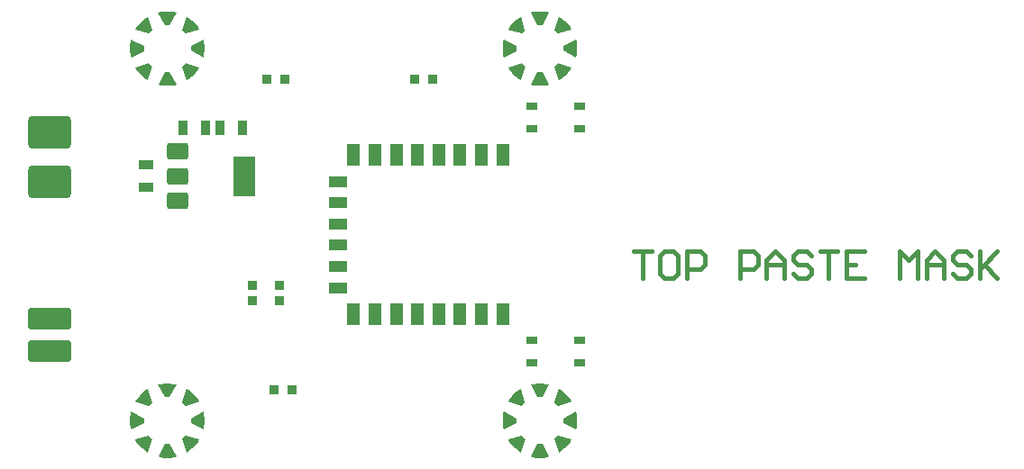
<source format=gtp>
G04*
G04 #@! TF.GenerationSoftware,Altium Limited,Altium Designer,23.4.1 (23)*
G04*
G04 Layer_Color=8421504*
%FSLAX44Y44*%
%MOMM*%
G71*
G04*
G04 #@! TF.SameCoordinates,AC87B314-1984-4FFE-BA22-F28876D7C55D*
G04*
G04*
G04 #@! TF.FilePolarity,Positive*
G04*
G01*
G75*
%ADD17C,0.4000*%
%ADD28R,0.9906X0.7112*%
G04:AMPARAMS|DCode=29|XSize=0.9mm|YSize=1.4mm|CornerRadius=0.0675mm|HoleSize=0mm|Usage=FLASHONLY|Rotation=270.000|XOffset=0mm|YOffset=0mm|HoleType=Round|Shape=RoundedRectangle|*
%AMROUNDEDRECTD29*
21,1,0.9000,1.2650,0,0,270.0*
21,1,0.7650,1.4000,0,0,270.0*
1,1,0.1350,-0.6325,-0.3825*
1,1,0.1350,-0.6325,0.3825*
1,1,0.1350,0.6325,0.3825*
1,1,0.1350,0.6325,-0.3825*
%
%ADD29ROUNDEDRECTD29*%
G04:AMPARAMS|DCode=30|XSize=1.5mm|YSize=2mm|CornerRadius=0.1875mm|HoleSize=0mm|Usage=FLASHONLY|Rotation=270.000|XOffset=0mm|YOffset=0mm|HoleType=Round|Shape=RoundedRectangle|*
%AMROUNDEDRECTD30*
21,1,1.5000,1.6250,0,0,270.0*
21,1,1.1250,2.0000,0,0,270.0*
1,1,0.3750,-0.8125,-0.5625*
1,1,0.3750,-0.8125,0.5625*
1,1,0.3750,0.8125,0.5625*
1,1,0.3750,0.8125,-0.5625*
%
%ADD30ROUNDEDRECTD30*%
G04:AMPARAMS|DCode=31|XSize=3.8mm|YSize=2mm|CornerRadius=0.05mm|HoleSize=0mm|Usage=FLASHONLY|Rotation=270.000|XOffset=0mm|YOffset=0mm|HoleType=Round|Shape=RoundedRectangle|*
%AMROUNDEDRECTD31*
21,1,3.8000,1.9000,0,0,270.0*
21,1,3.7000,2.0000,0,0,270.0*
1,1,0.1000,-0.9500,-1.8500*
1,1,0.1000,-0.9500,1.8500*
1,1,0.1000,0.9500,1.8500*
1,1,0.1000,0.9500,-1.8500*
%
%ADD31ROUNDEDRECTD31*%
G04:AMPARAMS|DCode=32|XSize=0.9mm|YSize=1.4mm|CornerRadius=0.0675mm|HoleSize=0mm|Usage=FLASHONLY|Rotation=0.000|XOffset=0mm|YOffset=0mm|HoleType=Round|Shape=RoundedRectangle|*
%AMROUNDEDRECTD32*
21,1,0.9000,1.2650,0,0,0.0*
21,1,0.7650,1.4000,0,0,0.0*
1,1,0.1350,0.3825,-0.6325*
1,1,0.1350,-0.3825,-0.6325*
1,1,0.1350,-0.3825,0.6325*
1,1,0.1350,0.3825,0.6325*
%
%ADD32ROUNDEDRECTD32*%
G04:AMPARAMS|DCode=33|XSize=0.8mm|YSize=0.9mm|CornerRadius=0.06mm|HoleSize=0mm|Usage=FLASHONLY|Rotation=90.000|XOffset=0mm|YOffset=0mm|HoleType=Round|Shape=RoundedRectangle|*
%AMROUNDEDRECTD33*
21,1,0.8000,0.7800,0,0,90.0*
21,1,0.6800,0.9000,0,0,90.0*
1,1,0.1200,0.3900,0.3400*
1,1,0.1200,0.3900,-0.3400*
1,1,0.1200,-0.3900,-0.3400*
1,1,0.1200,-0.3900,0.3400*
%
%ADD33ROUNDEDRECTD33*%
G04:AMPARAMS|DCode=34|XSize=0.9mm|YSize=0.8mm|CornerRadius=0.06mm|HoleSize=0mm|Usage=FLASHONLY|Rotation=0.000|XOffset=0mm|YOffset=0mm|HoleType=Round|Shape=RoundedRectangle|*
%AMROUNDEDRECTD34*
21,1,0.9000,0.6800,0,0,0.0*
21,1,0.7800,0.8000,0,0,0.0*
1,1,0.1200,0.3900,-0.3400*
1,1,0.1200,-0.3900,-0.3400*
1,1,0.1200,-0.3900,0.3400*
1,1,0.1200,0.3900,0.3400*
%
%ADD34ROUNDEDRECTD34*%
%ADD35R,1.2000X2.0000*%
%ADD36R,1.7000X1.1000*%
G04:AMPARAMS|DCode=37|XSize=2mm|YSize=4mm|CornerRadius=0.2mm|HoleSize=0mm|Usage=FLASHONLY|Rotation=90.000|XOffset=0mm|YOffset=0mm|HoleType=Round|Shape=RoundedRectangle|*
%AMROUNDEDRECTD37*
21,1,2.0000,3.6000,0,0,90.0*
21,1,1.6000,4.0000,0,0,90.0*
1,1,0.4000,1.8000,0.8000*
1,1,0.4000,1.8000,-0.8000*
1,1,0.4000,-1.8000,-0.8000*
1,1,0.4000,-1.8000,0.8000*
%
%ADD37ROUNDEDRECTD37*%
G04:AMPARAMS|DCode=38|XSize=3mm|YSize=4mm|CornerRadius=0.3mm|HoleSize=0mm|Usage=FLASHONLY|Rotation=90.000|XOffset=0mm|YOffset=0mm|HoleType=Round|Shape=RoundedRectangle|*
%AMROUNDEDRECTD38*
21,1,3.0000,3.4000,0,0,90.0*
21,1,2.4000,4.0000,0,0,90.0*
1,1,0.6000,1.7000,1.2000*
1,1,0.6000,1.7000,-1.2000*
1,1,0.6000,-1.7000,-1.2000*
1,1,0.6000,-1.7000,1.2000*
%
%ADD38ROUNDEDRECTD38*%
G36*
X256410Y84476D02*
X258507Y83950D01*
X252220Y71960D01*
X247680D01*
X241404Y83928D01*
Y83928D01*
X241404D01*
X243501Y84459D01*
X247792Y84997D01*
X252117Y85003D01*
X256410Y84476D01*
D02*
G37*
G36*
X267913Y80069D02*
X269771Y78962D01*
X273185Y76308D01*
X276248Y73254D01*
X278911Y69846D01*
X280022Y67991D01*
X267098Y63958D01*
X263888Y67169D01*
X267913Y80069D01*
X267913Y80069D01*
Y80069D01*
D02*
G37*
G36*
X236042Y67098D02*
X232831Y63888D01*
X219931Y67913D01*
X219931Y67913D01*
X221038Y69771D01*
X223692Y73185D01*
X226746Y76248D01*
X230154Y78910D01*
X232009Y80022D01*
X236042Y67098D01*
D02*
G37*
G36*
X284459Y56499D02*
X284997Y52208D01*
X285003Y47883D01*
X284476Y43590D01*
X283950Y41493D01*
X271960Y47780D01*
Y52320D01*
X283928Y58596D01*
X283928D01*
X284459Y56499D01*
D02*
G37*
G36*
X228040Y52220D02*
Y47680D01*
X216072Y41404D01*
X216072D01*
X216072Y41404D01*
X215541Y43501D01*
X215003Y47792D01*
X214997Y52117D01*
X215524Y56410D01*
X216050Y58507D01*
X228040Y52220D01*
D02*
G37*
G36*
X280069Y32087D02*
X280069Y32087D01*
X280069Y32087D01*
X278962Y30229D01*
X276308Y26815D01*
X273254Y23752D01*
X269846Y21089D01*
X267991Y19978D01*
X263958Y32902D01*
X267169Y36112D01*
X280069Y32087D01*
D02*
G37*
G36*
X236112Y32831D02*
X232087Y19931D01*
X232087Y19931D01*
X232087D01*
X230229Y21038D01*
X226815Y23692D01*
X223752Y26746D01*
X221089Y30154D01*
X219978Y32009D01*
X232902Y36042D01*
X236112Y32831D01*
D02*
G37*
G36*
X258596Y16072D02*
Y16072D01*
Y16072D01*
X256499Y15541D01*
X252208Y15003D01*
X247883Y14997D01*
X243590Y15524D01*
X241493Y16050D01*
X247780Y28040D01*
X252320D01*
X258596Y16072D01*
D02*
G37*
G36*
X606410Y84476D02*
X608507Y83950D01*
X602220Y71960D01*
X597680D01*
X591404Y83928D01*
Y83928D01*
X591404D01*
X593501Y84459D01*
X597792Y84997D01*
X602117Y85003D01*
X606410Y84476D01*
D02*
G37*
G36*
X617913Y80069D02*
X619771Y78962D01*
X623185Y76308D01*
X626248Y73254D01*
X628910Y69846D01*
X630022Y67991D01*
X617098Y63958D01*
X613888Y67169D01*
X617913Y80069D01*
X617913Y80069D01*
Y80069D01*
D02*
G37*
G36*
X586042Y67098D02*
X582831Y63888D01*
X569931Y67913D01*
X569931Y67913D01*
X571038Y69771D01*
X573692Y73185D01*
X576746Y76248D01*
X580154Y78910D01*
X582009Y80022D01*
X586042Y67098D01*
D02*
G37*
G36*
X634459Y56499D02*
X634997Y52208D01*
X635003Y47883D01*
X634476Y43590D01*
X633950Y41493D01*
X621960Y47780D01*
Y52320D01*
X633928Y58596D01*
X633928D01*
X634459Y56499D01*
D02*
G37*
G36*
X578040Y52220D02*
Y47680D01*
X566072Y41404D01*
X566072D01*
X566072Y41404D01*
X565541Y43501D01*
X565003Y47792D01*
X564997Y52117D01*
X565524Y56410D01*
X566050Y58507D01*
X578040Y52220D01*
D02*
G37*
G36*
X630069Y32087D02*
X630069Y32087D01*
X630069Y32087D01*
X628962Y30229D01*
X626308Y26815D01*
X623254Y23752D01*
X619846Y21089D01*
X617991Y19978D01*
X613958Y32902D01*
X617169Y36112D01*
X630069Y32087D01*
D02*
G37*
G36*
X586112Y32831D02*
X582087Y19931D01*
X582087Y19931D01*
X582087D01*
X580229Y21038D01*
X576814Y23692D01*
X573752Y26746D01*
X571090Y30154D01*
X569978Y32009D01*
X582902Y36042D01*
X586112Y32831D01*
D02*
G37*
G36*
X608596Y16072D02*
Y16072D01*
Y16072D01*
X606499Y15541D01*
X602208Y15003D01*
X597883Y14997D01*
X593590Y15524D01*
X591493Y16050D01*
X597780Y28040D01*
X602320D01*
X608596Y16072D01*
D02*
G37*
G36*
X256410Y434476D02*
X258507Y433950D01*
X252220Y421960D01*
X247680D01*
X241404Y433928D01*
Y433928D01*
X241404D01*
X243501Y434459D01*
X247792Y434997D01*
X252117Y435003D01*
X256410Y434476D01*
D02*
G37*
G36*
X267913Y430069D02*
X269771Y428962D01*
X273185Y426308D01*
X276248Y423254D01*
X278911Y419846D01*
X280022Y417991D01*
X267098Y413958D01*
X263888Y417169D01*
X267913Y430069D01*
X267913Y430069D01*
Y430069D01*
D02*
G37*
G36*
X236042Y417098D02*
X232831Y413888D01*
X219931Y417913D01*
X219931Y417913D01*
X221038Y419771D01*
X223692Y423185D01*
X226746Y426248D01*
X230154Y428910D01*
X232009Y430022D01*
X236042Y417098D01*
D02*
G37*
G36*
X284459Y406499D02*
X284997Y402208D01*
X285003Y397883D01*
X284476Y393590D01*
X283950Y391493D01*
X271960Y397780D01*
Y402320D01*
X283928Y408596D01*
X283928D01*
X284459Y406499D01*
D02*
G37*
G36*
X228040Y402220D02*
Y397680D01*
X216072Y391404D01*
X216072D01*
X216072Y391404D01*
X215541Y393501D01*
X215003Y397792D01*
X214997Y402117D01*
X215524Y406410D01*
X216050Y408507D01*
X228040Y402220D01*
D02*
G37*
G36*
X280069Y382087D02*
X280069Y382087D01*
X280069Y382087D01*
X278962Y380229D01*
X276308Y376814D01*
X273254Y373752D01*
X269846Y371090D01*
X267991Y369978D01*
X263958Y382902D01*
X267169Y386112D01*
X280069Y382087D01*
D02*
G37*
G36*
X236112Y382831D02*
X232087Y369931D01*
X232087Y369931D01*
X232087D01*
X230229Y371038D01*
X226815Y373692D01*
X223752Y376746D01*
X221089Y380154D01*
X219978Y382009D01*
X232902Y386042D01*
X236112Y382831D01*
D02*
G37*
G36*
X258596Y366072D02*
Y366072D01*
Y366072D01*
X256499Y365541D01*
X252208Y365003D01*
X247883Y364997D01*
X243590Y365524D01*
X241493Y366050D01*
X247780Y378040D01*
X252320D01*
X258596Y366072D01*
D02*
G37*
G36*
X606410Y434476D02*
X608507Y433950D01*
X602220Y421960D01*
X597680D01*
X591404Y433928D01*
Y433928D01*
X591404D01*
X593501Y434459D01*
X597792Y434997D01*
X602117Y435003D01*
X606410Y434476D01*
D02*
G37*
G36*
X617913Y430069D02*
X619771Y428962D01*
X623185Y426308D01*
X626248Y423254D01*
X628910Y419846D01*
X630022Y417991D01*
X617098Y413958D01*
X613888Y417169D01*
X617913Y430069D01*
X617913Y430069D01*
Y430069D01*
D02*
G37*
G36*
X586042Y417098D02*
X582831Y413888D01*
X569931Y417913D01*
X569931Y417913D01*
X571038Y419771D01*
X573692Y423185D01*
X576746Y426248D01*
X580154Y428910D01*
X582009Y430022D01*
X586042Y417098D01*
D02*
G37*
G36*
X634459Y406499D02*
X634997Y402208D01*
X635003Y397883D01*
X634476Y393590D01*
X633950Y391493D01*
X621960Y397780D01*
Y402320D01*
X633928Y408596D01*
X633928D01*
X634459Y406499D01*
D02*
G37*
G36*
X578040Y402220D02*
Y397680D01*
X566072Y391404D01*
X566072D01*
X566072Y391404D01*
X565541Y393501D01*
X565003Y397792D01*
X564997Y402117D01*
X565524Y406410D01*
X566050Y408507D01*
X578040Y402220D01*
D02*
G37*
G36*
X630069Y382087D02*
X630069Y382087D01*
X630069Y382087D01*
X628962Y380229D01*
X626308Y376815D01*
X623254Y373752D01*
X619846Y371090D01*
X617991Y369978D01*
X613958Y382902D01*
X617169Y386112D01*
X630069Y382087D01*
D02*
G37*
G36*
X586112Y382831D02*
X582087Y369931D01*
X582087Y369931D01*
X582087D01*
X580229Y371038D01*
X576814Y373692D01*
X573752Y376746D01*
X571090Y380154D01*
X569978Y382009D01*
X582902Y386042D01*
X586112Y382831D01*
D02*
G37*
G36*
X608596Y366072D02*
Y366072D01*
Y366072D01*
X606499Y365541D01*
X602208Y365003D01*
X597883Y364997D01*
X593590Y365524D01*
X591493Y366050D01*
X597780Y378040D01*
X602320D01*
X608596Y366072D01*
D02*
G37*
D17*
X688000Y209174D02*
X704661D01*
X696331D01*
Y184182D01*
X725488Y209174D02*
X717157D01*
X712992Y205008D01*
Y188347D01*
X717157Y184182D01*
X725488D01*
X729653Y188347D01*
Y205008D01*
X725488Y209174D01*
X737984Y184182D02*
Y209174D01*
X750480D01*
X754645Y205008D01*
Y196678D01*
X750480Y192512D01*
X737984D01*
X787968Y184182D02*
Y209174D01*
X800464D01*
X804629Y205008D01*
Y196678D01*
X800464Y192512D01*
X787968D01*
X812960Y184182D02*
Y200843D01*
X821290Y209174D01*
X829621Y200843D01*
Y184182D01*
Y196678D01*
X812960D01*
X854613Y205008D02*
X850447Y209174D01*
X842117D01*
X837952Y205008D01*
Y200843D01*
X842117Y196678D01*
X850447D01*
X854613Y192512D01*
Y188347D01*
X850447Y184182D01*
X842117D01*
X837952Y188347D01*
X862943Y209174D02*
X879605D01*
X871274D01*
Y184182D01*
X904597Y209174D02*
X887935D01*
Y184182D01*
X904597D01*
X887935Y196678D02*
X896266D01*
X937919Y184182D02*
Y209174D01*
X946250Y200843D01*
X954581Y209174D01*
Y184182D01*
X962911D02*
Y200843D01*
X971242Y209174D01*
X979572Y200843D01*
Y184182D01*
Y196678D01*
X962911D01*
X1004564Y205008D02*
X1000399Y209174D01*
X992068D01*
X987903Y205008D01*
Y200843D01*
X992068Y196678D01*
X1000399D01*
X1004564Y192512D01*
Y188347D01*
X1000399Y184182D01*
X992068D01*
X987903Y188347D01*
X1012895Y209174D02*
Y184182D01*
Y192512D01*
X1029556Y209174D01*
X1017060Y196678D01*
X1029556Y184182D01*
D28*
X592500Y345750D02*
D03*
X637500D02*
D03*
X592500Y324250D02*
D03*
X637500D02*
D03*
X592500Y125750D02*
D03*
X637500D02*
D03*
X592500Y104250D02*
D03*
X637500D02*
D03*
D29*
X230000Y290500D02*
D03*
Y269500D02*
D03*
D30*
X260000Y257000D02*
D03*
Y303000D02*
D03*
Y280000D02*
D03*
D31*
X322000D02*
D03*
D32*
X264500Y325000D02*
D03*
X285500D02*
D03*
X320500Y325000D02*
D03*
X299500D02*
D03*
D33*
X355000Y162500D02*
D03*
Y177500D02*
D03*
X330000Y162500D02*
D03*
Y177500D02*
D03*
D34*
X499500Y371000D02*
D03*
X482500D02*
D03*
X360500D02*
D03*
X343500D02*
D03*
X350500Y79000D02*
D03*
X367500D02*
D03*
D35*
X565000Y300000D02*
D03*
X545000D02*
D03*
X525000D02*
D03*
X505000D02*
D03*
X485000D02*
D03*
X465000D02*
D03*
X445000D02*
D03*
X425000D02*
D03*
Y150000D02*
D03*
X445000D02*
D03*
X465000D02*
D03*
X485000D02*
D03*
X505000D02*
D03*
X525000D02*
D03*
X545000D02*
D03*
X565000D02*
D03*
D36*
X410000Y275000D02*
D03*
Y255000D02*
D03*
Y235000D02*
D03*
Y215000D02*
D03*
Y195000D02*
D03*
Y175000D02*
D03*
D37*
X139104Y115000D02*
D03*
Y146000D02*
D03*
D38*
Y275000D02*
D03*
Y321000D02*
D03*
M02*

</source>
